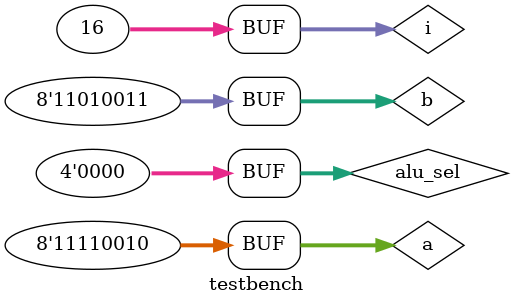
<source format=v>
`timescale 1ns / 1ps

module testbench;
    reg [7:0] a,b;
    reg [3:0] alu_sel;
    wire [7:0] alu_result;
    wire carryout;
    integer i;
    
    alu test_unit(
        a,b,
        alu_sel,
        alu_result,
        carryout
    );
    
    initial begin
        a = 8'h0A;
         b = 8'h02;
         alu_sel = 4'h0;
                  
         for (i=0;i<=15;i=i+1)
          begin
           $monitor("A=%d B=%d ALU_Sel=%b → ALU_Out=%d carryout=%b", a, b, alu_sel,alu_out,carryout);
           alu_sel = alu_sel + 8'h01;
           #10;
          end;
          
          a = 8'hF2;
          b = 8'hD3;
    end
endmodule

</source>
